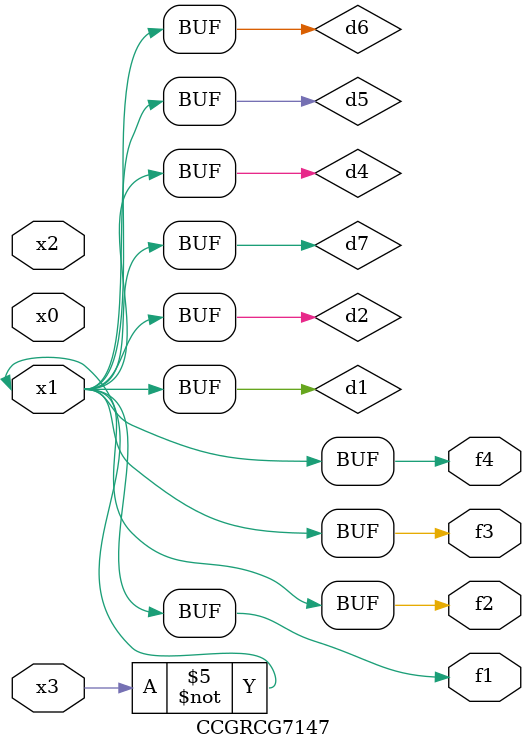
<source format=v>
module CCGRCG7147(
	input x0, x1, x2, x3,
	output f1, f2, f3, f4
);

	wire d1, d2, d3, d4, d5, d6, d7;

	not (d1, x3);
	buf (d2, x1);
	xnor (d3, d1, d2);
	nor (d4, d1);
	buf (d5, d1, d2);
	buf (d6, d4, d5);
	nand (d7, d4);
	assign f1 = d6;
	assign f2 = d7;
	assign f3 = d6;
	assign f4 = d6;
endmodule

</source>
